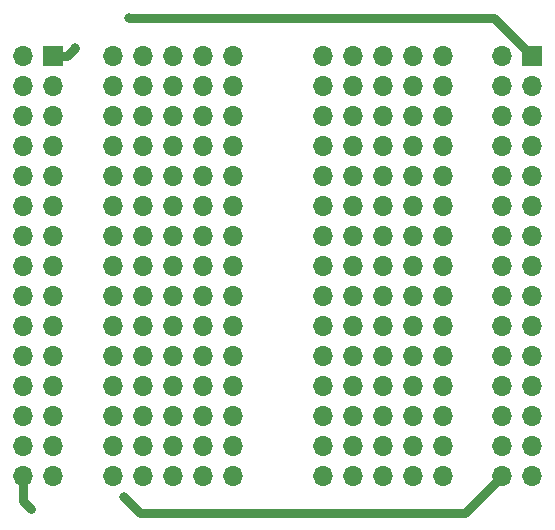
<source format=gbr>
%TF.GenerationSoftware,KiCad,Pcbnew,7.0.2*%
%TF.CreationDate,2024-01-29T20:43:42-05:00*%
%TF.ProjectId,dpx_perv_5x15-s,6470785f-7065-4727-965f-357831352d73,rev?*%
%TF.SameCoordinates,Original*%
%TF.FileFunction,Copper,L1,Top*%
%TF.FilePolarity,Positive*%
%FSLAX46Y46*%
G04 Gerber Fmt 4.6, Leading zero omitted, Abs format (unit mm)*
G04 Created by KiCad (PCBNEW 7.0.2) date 2024-01-29 20:43:42*
%MOMM*%
%LPD*%
G01*
G04 APERTURE LIST*
%TA.AperFunction,ComponentPad*%
%ADD10R,1.700000X1.700000*%
%TD*%
%TA.AperFunction,ComponentPad*%
%ADD11O,1.700000X1.700000*%
%TD*%
%TA.AperFunction,ViaPad*%
%ADD12C,0.800000*%
%TD*%
%TA.AperFunction,Conductor*%
%ADD13C,0.750000*%
%TD*%
G04 APERTURE END LIST*
D10*
%TO.P,J1,1,Pin_1*%
%TO.N,VCC*%
X46220000Y-33615000D03*
D11*
%TO.P,J1,2,Pin_2*%
%TO.N,GND*%
X43680000Y-33615000D03*
%TO.P,J1,3,Pin_3*%
%TO.N,VCC*%
X46220000Y-36155000D03*
%TO.P,J1,4,Pin_4*%
%TO.N,GND*%
X43680000Y-36155000D03*
%TO.P,J1,5,Pin_5*%
%TO.N,VCC*%
X46220000Y-38695000D03*
%TO.P,J1,6,Pin_6*%
%TO.N,GND*%
X43680000Y-38695000D03*
%TO.P,J1,7,Pin_7*%
%TO.N,VCC*%
X46220000Y-41235000D03*
%TO.P,J1,8,Pin_8*%
%TO.N,GND*%
X43680000Y-41235000D03*
%TO.P,J1,9,Pin_9*%
%TO.N,VCC*%
X46220000Y-43775000D03*
%TO.P,J1,10,Pin_10*%
%TO.N,GND*%
X43680000Y-43775000D03*
%TO.P,J1,11,Pin_11*%
%TO.N,VCC*%
X46220000Y-46315000D03*
%TO.P,J1,12,Pin_12*%
%TO.N,GND*%
X43680000Y-46315000D03*
%TO.P,J1,13,Pin_13*%
%TO.N,VCC*%
X46220000Y-48855000D03*
%TO.P,J1,14,Pin_14*%
%TO.N,GND*%
X43680000Y-48855000D03*
%TO.P,J1,15,Pin_15*%
%TO.N,VCC*%
X46220000Y-51395000D03*
%TO.P,J1,16,Pin_16*%
%TO.N,GND*%
X43680000Y-51395000D03*
%TO.P,J1,17,Pin_17*%
%TO.N,VCC*%
X46220000Y-53935000D03*
%TO.P,J1,18,Pin_18*%
%TO.N,GND*%
X43680000Y-53935000D03*
%TO.P,J1,19,Pin_19*%
%TO.N,VCC*%
X46220000Y-56475000D03*
%TO.P,J1,20,Pin_20*%
%TO.N,GND*%
X43680000Y-56475000D03*
%TO.P,J1,21,Pin_21*%
%TO.N,VCC*%
X46220000Y-59015000D03*
%TO.P,J1,22,Pin_22*%
%TO.N,GND*%
X43680000Y-59015000D03*
%TO.P,J1,23,Pin_23*%
%TO.N,VCC*%
X46220000Y-61555000D03*
%TO.P,J1,24,Pin_24*%
%TO.N,GND*%
X43680000Y-61555000D03*
%TO.P,J1,25,Pin_25*%
%TO.N,VCC*%
X46220000Y-64095000D03*
%TO.P,J1,26,Pin_26*%
%TO.N,GND*%
X43680000Y-64095000D03*
%TO.P,J1,27,Pin_27*%
%TO.N,VCC*%
X46220000Y-66635000D03*
%TO.P,J1,28,Pin_28*%
%TO.N,GND*%
X43680000Y-66635000D03*
%TO.P,J1,29,Pin_29*%
%TO.N,VCC*%
X46220000Y-69175000D03*
%TO.P,J1,30,Pin_30*%
%TO.N,GND*%
X43680000Y-69175000D03*
%TD*%
D10*
%TO.P,J2,1,Pin_1*%
%TO.N,VCC*%
X86770000Y-33615000D03*
D11*
%TO.P,J2,2,Pin_2*%
%TO.N,GND*%
X84230000Y-33615000D03*
%TO.P,J2,3,Pin_3*%
%TO.N,VCC*%
X86770000Y-36155000D03*
%TO.P,J2,4,Pin_4*%
%TO.N,GND*%
X84230000Y-36155000D03*
%TO.P,J2,5,Pin_5*%
%TO.N,VCC*%
X86770000Y-38695000D03*
%TO.P,J2,6,Pin_6*%
%TO.N,GND*%
X84230000Y-38695000D03*
%TO.P,J2,7,Pin_7*%
%TO.N,VCC*%
X86770000Y-41235000D03*
%TO.P,J2,8,Pin_8*%
%TO.N,GND*%
X84230000Y-41235000D03*
%TO.P,J2,9,Pin_9*%
%TO.N,VCC*%
X86770000Y-43775000D03*
%TO.P,J2,10,Pin_10*%
%TO.N,GND*%
X84230000Y-43775000D03*
%TO.P,J2,11,Pin_11*%
%TO.N,VCC*%
X86770000Y-46315000D03*
%TO.P,J2,12,Pin_12*%
%TO.N,GND*%
X84230000Y-46315000D03*
%TO.P,J2,13,Pin_13*%
%TO.N,VCC*%
X86770000Y-48855000D03*
%TO.P,J2,14,Pin_14*%
%TO.N,GND*%
X84230000Y-48855000D03*
%TO.P,J2,15,Pin_15*%
%TO.N,VCC*%
X86770000Y-51395000D03*
%TO.P,J2,16,Pin_16*%
%TO.N,GND*%
X84230000Y-51395000D03*
%TO.P,J2,17,Pin_17*%
%TO.N,VCC*%
X86770000Y-53935000D03*
%TO.P,J2,18,Pin_18*%
%TO.N,GND*%
X84230000Y-53935000D03*
%TO.P,J2,19,Pin_19*%
%TO.N,VCC*%
X86770000Y-56475000D03*
%TO.P,J2,20,Pin_20*%
%TO.N,GND*%
X84230000Y-56475000D03*
%TO.P,J2,21,Pin_21*%
%TO.N,VCC*%
X86770000Y-59015000D03*
%TO.P,J2,22,Pin_22*%
%TO.N,GND*%
X84230000Y-59015000D03*
%TO.P,J2,23,Pin_23*%
%TO.N,VCC*%
X86770000Y-61555000D03*
%TO.P,J2,24,Pin_24*%
%TO.N,GND*%
X84230000Y-61555000D03*
%TO.P,J2,25,Pin_25*%
%TO.N,VCC*%
X86770000Y-64095000D03*
%TO.P,J2,26,Pin_26*%
%TO.N,GND*%
X84230000Y-64095000D03*
%TO.P,J2,27,Pin_27*%
%TO.N,VCC*%
X86770000Y-66635000D03*
%TO.P,J2,28,Pin_28*%
%TO.N,GND*%
X84230000Y-66635000D03*
%TO.P,J2,29,Pin_29*%
%TO.N,VCC*%
X86770000Y-69175000D03*
%TO.P,J2,30,Pin_30*%
%TO.N,GND*%
X84230000Y-69175000D03*
%TD*%
%TO.P,U2,50*%
%TO.N,N/C*%
X51275000Y-56470000D03*
%TO.P,U2,49*%
X53815000Y-56470000D03*
%TO.P,U2,48*%
X56355000Y-56470000D03*
%TO.P,U2,47*%
X58895000Y-56470000D03*
%TO.P,U2,46*%
X61435000Y-56470000D03*
%TO.P,U2,45*%
X69035000Y-56470000D03*
%TO.P,U2,44*%
X71575000Y-56470000D03*
%TO.P,U2,43*%
X74115000Y-56470000D03*
%TO.P,U2,42*%
X76655000Y-56470000D03*
%TO.P,U2,41*%
X79195000Y-56470000D03*
%TO.P,U2,40*%
X51275000Y-53930000D03*
%TO.P,U2,39*%
X53815000Y-53930000D03*
%TO.P,U2,38*%
X56355000Y-53930000D03*
%TO.P,U2,37*%
X58895000Y-53930000D03*
%TO.P,U2,36*%
X61435000Y-53930000D03*
%TO.P,U2,35*%
X69035000Y-53930000D03*
%TO.P,U2,34*%
X71575000Y-53930000D03*
%TO.P,U2,33*%
X74115000Y-53930000D03*
%TO.P,U2,32*%
X76655000Y-53930000D03*
%TO.P,U2,31*%
X79195000Y-53930000D03*
%TO.P,U2,30*%
X51275000Y-51390000D03*
%TO.P,U2,29*%
X53815000Y-51390000D03*
%TO.P,U2,28*%
X56355000Y-51390000D03*
%TO.P,U2,27*%
X58895000Y-51390000D03*
%TO.P,U2,26*%
X61435000Y-51390000D03*
%TO.P,U2,25*%
X69035000Y-51390000D03*
%TO.P,U2,24*%
X71575000Y-51390000D03*
%TO.P,U2,23*%
X74115000Y-51390000D03*
%TO.P,U2,22*%
X76655000Y-51390000D03*
%TO.P,U2,21*%
X79195000Y-51390000D03*
%TO.P,U2,20*%
X51265000Y-46310000D03*
X51275000Y-48850000D03*
%TO.P,U2,19*%
X53805000Y-46310000D03*
X53815000Y-48850000D03*
%TO.P,U2,18*%
X56345000Y-46310000D03*
X56355000Y-48850000D03*
%TO.P,U2,17*%
X58885000Y-46310000D03*
X58895000Y-48850000D03*
%TO.P,U2,16*%
X61435000Y-48850000D03*
%TO.P,U2,15*%
X69035000Y-48850000D03*
%TO.P,U2,14*%
X71575000Y-48850000D03*
%TO.P,U2,13*%
X74115000Y-48850000D03*
%TO.P,U2,12*%
X76655000Y-48850000D03*
%TO.P,U2,11*%
X79195000Y-48850000D03*
%TO.P,U2,6*%
X61435000Y-46310000D03*
%TO.P,U2,5*%
X69035000Y-46310000D03*
%TO.P,U2,4*%
X71575000Y-46310000D03*
%TO.P,U2,3*%
X74115000Y-46310000D03*
%TO.P,U2,2*%
X76655000Y-46310000D03*
%TO.P,U2,1*%
X79195000Y-46310000D03*
%TD*%
%TO.P,U1,50*%
%TO.N,N/C*%
X51260000Y-43775000D03*
%TO.P,U1,49*%
X53800000Y-43775000D03*
%TO.P,U1,48*%
X56340000Y-43775000D03*
%TO.P,U1,47*%
X58880000Y-43775000D03*
%TO.P,U1,46*%
X61420000Y-43775000D03*
%TO.P,U1,45*%
X69020000Y-43775000D03*
%TO.P,U1,44*%
X71560000Y-43775000D03*
%TO.P,U1,43*%
X74100000Y-43775000D03*
%TO.P,U1,42*%
X76640000Y-43775000D03*
%TO.P,U1,41*%
X79180000Y-43775000D03*
%TO.P,U1,40*%
X51260000Y-41235000D03*
%TO.P,U1,39*%
X53800000Y-41235000D03*
%TO.P,U1,38*%
X56340000Y-41235000D03*
%TO.P,U1,37*%
X58880000Y-41235000D03*
%TO.P,U1,36*%
X61420000Y-41235000D03*
%TO.P,U1,35*%
X69020000Y-41235000D03*
%TO.P,U1,34*%
X71560000Y-41235000D03*
%TO.P,U1,33*%
X74100000Y-41235000D03*
%TO.P,U1,32*%
X76640000Y-41235000D03*
%TO.P,U1,31*%
X79180000Y-41235000D03*
%TO.P,U1,30*%
X51260000Y-38695000D03*
%TO.P,U1,29*%
X53800000Y-38695000D03*
%TO.P,U1,28*%
X56340000Y-38695000D03*
%TO.P,U1,27*%
X58880000Y-38695000D03*
%TO.P,U1,26*%
X61420000Y-38695000D03*
%TO.P,U1,25*%
X69020000Y-38695000D03*
%TO.P,U1,24*%
X71560000Y-38695000D03*
%TO.P,U1,23*%
X74100000Y-38695000D03*
%TO.P,U1,22*%
X76640000Y-38695000D03*
%TO.P,U1,21*%
X79180000Y-38695000D03*
%TO.P,U1,20*%
X51250000Y-33615000D03*
X51260000Y-36155000D03*
%TO.P,U1,19*%
X53790000Y-33615000D03*
X53800000Y-36155000D03*
%TO.P,U1,18*%
X56330000Y-33615000D03*
X56340000Y-36155000D03*
%TO.P,U1,17*%
X58870000Y-33615000D03*
X58880000Y-36155000D03*
%TO.P,U1,16*%
X61420000Y-36155000D03*
%TO.P,U1,15*%
X69020000Y-36155000D03*
%TO.P,U1,14*%
X71560000Y-36155000D03*
%TO.P,U1,13*%
X74100000Y-36155000D03*
%TO.P,U1,12*%
X76640000Y-36155000D03*
%TO.P,U1,11*%
X79180000Y-36155000D03*
%TO.P,U1,6*%
X61420000Y-33615000D03*
%TO.P,U1,5*%
X69020000Y-33615000D03*
%TO.P,U1,4*%
X71560000Y-33615000D03*
%TO.P,U1,3*%
X74100000Y-33615000D03*
%TO.P,U1,2*%
X76640000Y-33615000D03*
%TO.P,U1,1*%
X79180000Y-33615000D03*
%TD*%
%TO.P,U3,50*%
%TO.N,N/C*%
X51265000Y-69180000D03*
%TO.P,U3,49*%
X53805000Y-69180000D03*
%TO.P,U3,48*%
X56345000Y-69180000D03*
%TO.P,U3,47*%
X58885000Y-69180000D03*
%TO.P,U3,46*%
X61425000Y-69180000D03*
%TO.P,U3,45*%
X69025000Y-69180000D03*
%TO.P,U3,44*%
X71565000Y-69180000D03*
%TO.P,U3,43*%
X74105000Y-69180000D03*
%TO.P,U3,42*%
X76645000Y-69180000D03*
%TO.P,U3,41*%
X79185000Y-69180000D03*
%TO.P,U3,40*%
X51265000Y-66640000D03*
%TO.P,U3,39*%
X53805000Y-66640000D03*
%TO.P,U3,38*%
X56345000Y-66640000D03*
%TO.P,U3,37*%
X58885000Y-66640000D03*
%TO.P,U3,36*%
X61425000Y-66640000D03*
%TO.P,U3,35*%
X69025000Y-66640000D03*
%TO.P,U3,34*%
X71565000Y-66640000D03*
%TO.P,U3,33*%
X74105000Y-66640000D03*
%TO.P,U3,32*%
X76645000Y-66640000D03*
%TO.P,U3,31*%
X79185000Y-66640000D03*
%TO.P,U3,30*%
X51265000Y-64100000D03*
%TO.P,U3,29*%
X53805000Y-64100000D03*
%TO.P,U3,28*%
X56345000Y-64100000D03*
%TO.P,U3,27*%
X58885000Y-64100000D03*
%TO.P,U3,26*%
X61425000Y-64100000D03*
%TO.P,U3,25*%
X69025000Y-64100000D03*
%TO.P,U3,24*%
X71565000Y-64100000D03*
%TO.P,U3,23*%
X74105000Y-64100000D03*
%TO.P,U3,22*%
X76645000Y-64100000D03*
%TO.P,U3,21*%
X79185000Y-64100000D03*
%TO.P,U3,20*%
X51255000Y-59020000D03*
X51265000Y-61560000D03*
%TO.P,U3,19*%
X53795000Y-59020000D03*
X53805000Y-61560000D03*
%TO.P,U3,18*%
X56335000Y-59020000D03*
X56345000Y-61560000D03*
%TO.P,U3,17*%
X58875000Y-59020000D03*
X58885000Y-61560000D03*
%TO.P,U3,16*%
X61425000Y-61560000D03*
%TO.P,U3,15*%
X69025000Y-61560000D03*
%TO.P,U3,14*%
X71565000Y-61560000D03*
%TO.P,U3,13*%
X74105000Y-61560000D03*
%TO.P,U3,12*%
X76645000Y-61560000D03*
%TO.P,U3,11*%
X79185000Y-61560000D03*
%TO.P,U3,6*%
X61425000Y-59020000D03*
%TO.P,U3,5*%
X69025000Y-59020000D03*
%TO.P,U3,4*%
X71565000Y-59020000D03*
%TO.P,U3,3*%
X74105000Y-59020000D03*
%TO.P,U3,2*%
X76645000Y-59020000D03*
%TO.P,U3,1*%
X79185000Y-59020000D03*
%TD*%
D12*
%TO.N,GND*%
X52190000Y-70940000D03*
X44340000Y-71950000D03*
%TO.N,VCC*%
X52600000Y-30360000D03*
X48030000Y-32950000D03*
%TD*%
D13*
%TO.N,GND*%
X81105000Y-72300000D02*
X84230000Y-69175000D01*
X53550000Y-72300000D02*
X81105000Y-72300000D01*
X52190000Y-70940000D02*
X53550000Y-72300000D01*
X44360000Y-71970000D02*
X44340000Y-71950000D01*
%TO.N,VCC*%
X83515000Y-30360000D02*
X86770000Y-33615000D01*
X52600000Y-30360000D02*
X83515000Y-30360000D01*
X47365000Y-33615000D02*
X48030000Y-32950000D01*
X46220000Y-33615000D02*
X47365000Y-33615000D01*
%TO.N,GND*%
X43680000Y-71290000D02*
X44360000Y-71970000D01*
X43680000Y-69175000D02*
X43680000Y-71290000D01*
%TD*%
M02*

</source>
